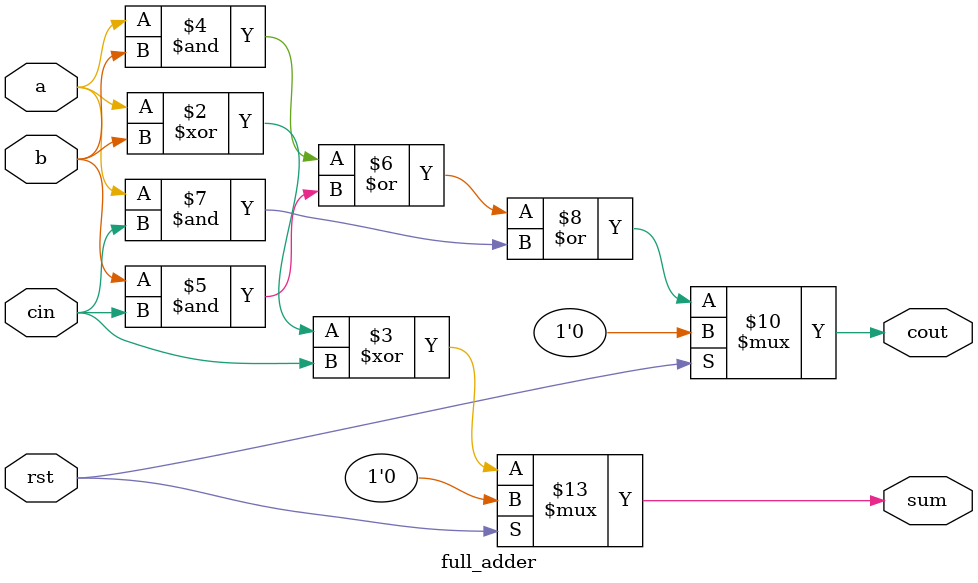
<source format=v>


//wire d_ina,d_inb,d_in_sum,q_outa,q_outb,q_out_sum;
//wire wire_1,wire_2;

//shift_registers #(.N(16)) sf_1(.clk(clk),.rst(rst),.d_ina(d_ina),.d_inb(d_inb),.d_in_sum(d_in_sum),.q_outa(q_outa),.q_outb(q_outb),.q_out_sum(q_out_sum));

//full_adder fa_1(.rst(rst),.a(q_outa),.b(q_outb),.cin(wire_1),.sum(d_in_sum),.cout(wire_2));

//d_ff dff_1(.clk(clk),.rst(rst),.d_in(wire_2),.q_out(wire_1));


//endmodule

//module shift_registers #(parameter N=16)(clk,rst,d_ina,d_inb,d_in_sum,q_outa,q_outb,q_out_sum);

//input clk,rst;
//input d_ina,d_inb,d_in_sum;
//output q_outa,q_outb,q_out_sum;

//wire [N:0] data_line_a,data_line_b;
//wire [N:0] data_line_sum;

//assign data_line_a[0]=d_ina;
//assign data_line_b[0]=d_inb;
//assign data_line_sum[0]=d_in_sum;

//assign q_out_sum=data_line_sum[N];
//assign q_outa=data_line_a[N];
//assign q_outb=data_line_b[N];

//genvar i;
//generate
//    for(i=0; i<N; i=i+1)
//        begin
//            d_ff dff_a(.clk(clk),.rst(rst),.d_in(data_line_a[i]),.q_out(data_line_a[i+1]));
//            d_ff dff_b(.clk(clk),.rst(rst),.d_in(data_line_b[i]),.q_out(data_line_b[i+1]));
//            d_ff dff_sum(.clk(clk),.rst(rst),.d_in(data_line_sum[i]),.q_out(data_line_sum[i+1]));
//        end
//endgenerate

//endmodule


////---------------------------------------------- D Flip-Flop ----------------------------------------
//module d_ff(clk,rst,d_in,q_out);
//input clk,rst,d_in;
//output reg q_out;

//always @(posedge clk or posedge rst)
//    begin
//        if(rst==0)
//            q_out<=d_in;
//        else
//            q_out<=0;
//    end
//endmodule

////---------------------------------------------- Full Adder module ----------------------------------------
//module full_adder(rst,a,b,cin,sum,cout);
//input rst;
//input a,b,cin;
//output reg sum,cout;

//always @(*)
//    begin
//        if(rst==1)
//          {sum,cout}<=0;
//        else  
//            begin
//                sum<=a^b^cin;
//                cout<=((a&b)|(b&cin)|(a&cin));
//            end
//    end
//endmodule



//----------------------------------------------------------------------------------------------------------------------
`timescale 1ns / 1ps
//////////////////////////////////////////////////////////////////////////////////
// Company: 
// Engineer: 
// 
// Create Date: 05.11.2024 00:46:31
// Design Name: 
// Module Name: Binary_serial_adder
// Project Name: 
// Target Devices: 
// Tool Versions: 
// Description: 
// 
// Dependencies: 
// 
// Revision:
// Revision 0.01 - File Created
// Additional Comments:
// 
//////////////////////////////////////////////////////////////////////////////////
module top_binary_serial_adder #(parameter N=16)(clk, rst, a, b, cin, sum, cout);

    input clk, rst;
    input [N-1:0] a, b;
    input cin;
    output [N-1:0] sum;
    output cout;

    wire d_in_sum, q_outa, q_outb, wire_1, wire_2;
    reg [N-1:0] sum_reg; // Register to store the sum
    reg carry_out; // Register to store final carry out

    assign sum = sum_reg;
    assign cout = carry_out;

    // Instantiate shift_registers
    shift_registers #(.N(N)) sf_1(
        .clk(clk),
        .rst(rst),
        .d_ina(a[0]),
        .d_inb(b[0]),
        .d_in_sum(d_in_sum),
        .q_outa(q_outa),
        .q_outb(q_outb),
        .q_out_sum(d_in_sum)
    );

    // Instantiate full_adder
    full_adder fa_1(
        .rst(rst),
        .a(q_outa),
        .b(q_outb),
        .cin(wire_1),
        .sum(d_in_sum),
        .cout(wire_2)
    );

    // Instantiate d_ff for carry storage
    d_ff dff_1(.clk(clk), .rst(rst), .d_in(wire_2), .q_out(wire_1));

    always @(posedge clk or posedge rst) begin
        if (rst) begin
            sum_reg <= 0;
            carry_out <= 0;
        end else begin
            sum_reg <= {d_in_sum, sum_reg[N-1:1]}; // Shift in sum bit from adder
            carry_out <= wire_2; // Store the last carry out
        end
    end

endmodule

// Shift Register Module
module shift_registers #(parameter N=16)(clk, rst, d_ina, d_inb, d_in_sum, q_outa, q_outb, q_out_sum);

    input clk, rst;
    input d_ina, d_inb, d_in_sum;
    output q_outa, q_outb, q_out_sum;

    wire [N:0] data_line_a, data_line_b, data_line_sum;

    assign data_line_a[0] = d_ina;
    assign data_line_b[0] = d_inb;
    assign data_line_sum[0] = d_in_sum;

    assign q_out_sum = data_line_sum[N];
    assign q_outa = data_line_a[N];
    assign q_outb = data_line_b[N];

    genvar i;
    generate
        for (i = 0; i < N; i = i + 1) begin : gen_shift_registers
            d_ff dff_a (.clk(clk), .rst(rst), .d_in(data_line_a[i]), .q_out(data_line_a[i+1]));
            d_ff dff_b (.clk(clk), .rst(rst), .d_in(data_line_b[i]), .q_out(data_line_b[i+1]));
            d_ff dff_sum (.clk(clk), .rst(rst), .d_in(data_line_sum[i]), .q_out(data_line_sum[i+1]));
        end
    endgenerate

endmodule

// D Flip-Flop Module
module d_ff(clk, rst, d_in, q_out);
    input clk, rst, d_in;
    output reg q_out;

    always @(posedge clk or posedge rst) begin
        if (rst)
            q_out <= 0;
        else
            q_out <= d_in;
    end
endmodule

// Full Adder Module
module full_adder(rst, a, b, cin, sum, cout);
    input rst;
    input a, b, cin;
    output reg sum, cout;

    always @(*) begin
        if (rst) begin
            sum <= 0;
            cout <= 0;
        end else begin
            sum <= a ^ b ^ cin;
            cout <= (a & b) | (b & cin) | (a & cin);
        end
    end
endmodule


</source>
